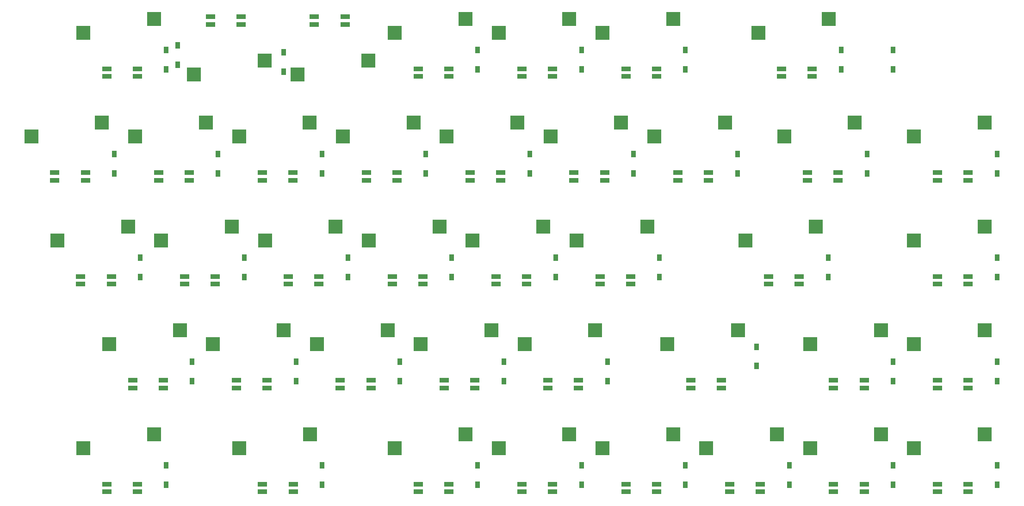
<source format=gbr>
%TF.GenerationSoftware,KiCad,Pcbnew,8.0.8*%
%TF.CreationDate,2025-04-15T16:41:42+09:00*%
%TF.ProjectId,sswkbd_right,7373776b-6264-45f7-9269-6768742e6b69,rev?*%
%TF.SameCoordinates,Original*%
%TF.FileFunction,Paste,Bot*%
%TF.FilePolarity,Positive*%
%FSLAX46Y46*%
G04 Gerber Fmt 4.6, Leading zero omitted, Abs format (unit mm)*
G04 Created by KiCad (PCBNEW 8.0.8) date 2025-04-15 16:41:42*
%MOMM*%
%LPD*%
G01*
G04 APERTURE LIST*
%ADD10R,0.950000X1.300000*%
%ADD11R,2.550000X2.500000*%
%ADD12R,1.700000X0.825000*%
G04 APERTURE END LIST*
D10*
%TO.C,D32*%
X366509249Y-96929950D03*
X366509249Y-93379950D03*
%TD*%
D11*
%TO.C,SW13*%
X294328000Y-71220000D03*
X307255000Y-68680000D03*
%TD*%
D10*
%TO.C,D73*%
X243034249Y-153979950D03*
X243034249Y-150429950D03*
%TD*%
%TO.C,D46*%
X304759249Y-115954950D03*
X304759249Y-112404950D03*
%TD*%
%TO.C,D76*%
X309509249Y-153979950D03*
X309509249Y-150429950D03*
%TD*%
%TO.C,D74*%
X271509249Y-153979950D03*
X271509249Y-150429950D03*
%TD*%
%TO.C,D15*%
X347491000Y-77923000D03*
X347491000Y-74373000D03*
%TD*%
%TO.C,D44*%
X266759249Y-115954950D03*
X266759249Y-112404950D03*
%TD*%
D11*
%TO.C,SW28*%
X265828000Y-90220000D03*
X278755000Y-87680000D03*
%TD*%
%TO.C,SW75*%
X275328000Y-147220000D03*
X288255000Y-144680000D03*
%TD*%
D10*
%TO.C,D43*%
X247759249Y-115954950D03*
X247759249Y-112404950D03*
%TD*%
%TO.C,D41*%
X209759249Y-115954950D03*
X209759249Y-112404950D03*
%TD*%
D11*
%TO.C,SW8*%
X199328000Y-71220000D03*
X212255000Y-68680000D03*
%TD*%
%TO.C,SW26*%
X227828000Y-90220000D03*
X240755000Y-87680000D03*
%TD*%
D10*
%TO.C,D11*%
X271509249Y-77929950D03*
X271509249Y-74379950D03*
%TD*%
D11*
%TO.C,SW29*%
X284828000Y-90220000D03*
X297755000Y-87680000D03*
%TD*%
%TO.C,SW41*%
X194578000Y-109220000D03*
X207505000Y-106680000D03*
%TD*%
%TO.C,SW77*%
X313328000Y-147220000D03*
X326255000Y-144680000D03*
%TD*%
%TO.C,SW73*%
X227853000Y-147220000D03*
X240780000Y-144680000D03*
%TD*%
%TO.C,SW43*%
X232578000Y-109220000D03*
X245505000Y-106680000D03*
%TD*%
D10*
%TO.C,D59*%
X257259249Y-134979950D03*
X257259249Y-131429950D03*
%TD*%
%TO.C,D9*%
X216600000Y-77075000D03*
X216600000Y-73525000D03*
%TD*%
%TO.C,D42*%
X228759249Y-115954950D03*
X228759249Y-112404950D03*
%TD*%
D11*
%TO.C,SW76*%
X294328000Y-147220000D03*
X307255000Y-144680000D03*
%TD*%
D10*
%TO.C,D64*%
X366509249Y-134979950D03*
X366509249Y-131429950D03*
%TD*%
D11*
%TO.C,SW24*%
X189828000Y-90220000D03*
X202755000Y-87680000D03*
%TD*%
%TO.C,SW10*%
X251498000Y-76300000D03*
X238571000Y-78840000D03*
%TD*%
%TO.C,SW79*%
X351328000Y-147220000D03*
X364255000Y-144680000D03*
%TD*%
%TO.C,SW78*%
X332328000Y-147220000D03*
X345255000Y-144680000D03*
%TD*%
D10*
%TO.C,D8*%
X214509249Y-77929950D03*
X214509249Y-74379950D03*
%TD*%
%TO.C,D45*%
X285759249Y-115954950D03*
X285759249Y-112404950D03*
%TD*%
%TO.C,D24*%
X205009249Y-96929950D03*
X205009249Y-93379950D03*
%TD*%
D11*
%TO.C,SW58*%
X223078000Y-128220000D03*
X236005000Y-125680000D03*
%TD*%
D10*
%TO.C,D26*%
X243009249Y-96929950D03*
X243009249Y-93379950D03*
%TD*%
%TO.C,D14*%
X338034249Y-77929950D03*
X338034249Y-74379950D03*
%TD*%
%TO.C,D12*%
X290509249Y-77929950D03*
X290509249Y-74379950D03*
%TD*%
D11*
%TO.C,SW59*%
X242078000Y-128220000D03*
X255005000Y-125680000D03*
%TD*%
%TO.C,SW64*%
X351328000Y-128220000D03*
X364255000Y-125680000D03*
%TD*%
%TO.C,SW14*%
X322828000Y-71220000D03*
X335755000Y-68680000D03*
%TD*%
%TO.C,SW63*%
X332328000Y-128220000D03*
X345255000Y-125680000D03*
%TD*%
D10*
%TO.C,D29*%
X300009249Y-96929950D03*
X300009249Y-93379950D03*
%TD*%
D11*
%TO.C,SW60*%
X261078000Y-128220000D03*
X274005000Y-125680000D03*
%TD*%
%TO.C,SW9*%
X232498000Y-76300000D03*
X219571000Y-78840000D03*
%TD*%
%TO.C,SW12*%
X275328000Y-71220000D03*
X288255000Y-68680000D03*
%TD*%
D10*
%TO.C,D47*%
X335659249Y-115954950D03*
X335659249Y-112404950D03*
%TD*%
D11*
%TO.C,SW27*%
X246828000Y-90220000D03*
X259755000Y-87680000D03*
%TD*%
D10*
%TO.C,D62*%
X322550000Y-132225000D03*
X322550000Y-128675000D03*
%TD*%
%TO.C,D48*%
X366509249Y-115954950D03*
X366509249Y-112404950D03*
%TD*%
D11*
%TO.C,SW47*%
X320453000Y-109220000D03*
X333380000Y-106680000D03*
%TD*%
D10*
%TO.C,D25*%
X224009249Y-96929950D03*
X224009249Y-93379950D03*
%TD*%
%TO.C,D28*%
X281009249Y-96929950D03*
X281009249Y-93379950D03*
%TD*%
%TO.C,D61*%
X295259249Y-134979950D03*
X295259249Y-131429950D03*
%TD*%
%TO.C,D77*%
X328509249Y-153979950D03*
X328509249Y-150429950D03*
%TD*%
%TO.C,D10*%
X236000000Y-78375000D03*
X236000000Y-74825000D03*
%TD*%
%TO.C,D57*%
X219259249Y-134979950D03*
X219259249Y-131429950D03*
%TD*%
%TO.C,D75*%
X290509249Y-153979950D03*
X290509249Y-150429950D03*
%TD*%
D11*
%TO.C,SW62*%
X306203000Y-128220000D03*
X319130000Y-125680000D03*
%TD*%
%TO.C,SW31*%
X327578000Y-90220000D03*
X340505000Y-87680000D03*
%TD*%
D10*
%TO.C,D60*%
X276259249Y-134979950D03*
X276259249Y-131429950D03*
%TD*%
D11*
%TO.C,SW61*%
X280078000Y-128220000D03*
X293005000Y-125680000D03*
%TD*%
%TO.C,SW48*%
X351328000Y-109220000D03*
X364255000Y-106680000D03*
%TD*%
D10*
%TO.C,D13*%
X309509249Y-77929950D03*
X309509249Y-74379950D03*
%TD*%
%TO.C,D27*%
X262009249Y-96929950D03*
X262009249Y-93379950D03*
%TD*%
D11*
%TO.C,SW30*%
X303828000Y-90220000D03*
X316755000Y-87680000D03*
%TD*%
%TO.C,SW32*%
X351328000Y-90220000D03*
X364255000Y-87680000D03*
%TD*%
%TO.C,SW11*%
X256328000Y-71220000D03*
X269255000Y-68680000D03*
%TD*%
%TO.C,SW25*%
X208828000Y-90220000D03*
X221755000Y-87680000D03*
%TD*%
D10*
%TO.C,D79*%
X366509249Y-153979950D03*
X366509249Y-150429950D03*
%TD*%
D11*
%TO.C,SW72*%
X199328000Y-147220000D03*
X212255000Y-144680000D03*
%TD*%
D10*
%TO.C,D78*%
X347509249Y-153979950D03*
X347509249Y-150429950D03*
%TD*%
D11*
%TO.C,SW44*%
X251578000Y-109220000D03*
X264505000Y-106680000D03*
%TD*%
D10*
%TO.C,D58*%
X238259249Y-134979950D03*
X238259249Y-131429950D03*
%TD*%
D11*
%TO.C,SW74*%
X256328000Y-147220000D03*
X269255000Y-144680000D03*
%TD*%
%TO.C,SW42*%
X213578000Y-109220000D03*
X226505000Y-106680000D03*
%TD*%
D10*
%TO.C,D31*%
X342784249Y-96929950D03*
X342784249Y-93379950D03*
%TD*%
%TO.C,D72*%
X214509249Y-153979950D03*
X214509249Y-150429950D03*
%TD*%
D11*
%TO.C,SW45*%
X270578000Y-109220000D03*
X283505000Y-106680000D03*
%TD*%
D10*
%TO.C,D30*%
X319009249Y-96929950D03*
X319009249Y-93379950D03*
%TD*%
%TO.C,D63*%
X347509249Y-134979950D03*
X347509249Y-131429950D03*
%TD*%
D11*
%TO.C,SW46*%
X289578000Y-109220000D03*
X302505000Y-106680000D03*
%TD*%
D12*
%TO.C,LED77*%
X208363000Y-134822999D03*
X208363000Y-136223000D03*
X213963000Y-136223001D03*
X213963000Y-134823000D03*
%TD*%
%TO.C,LED70*%
X227363000Y-134822999D03*
X227363000Y-136223000D03*
X232963000Y-136223001D03*
X232963000Y-134823000D03*
%TD*%
%TO.C,LED71*%
X232138000Y-153822999D03*
X232138000Y-155223000D03*
X237738000Y-155223001D03*
X237738000Y-153823000D03*
%TD*%
%TO.C,LED58*%
X260613000Y-77822999D03*
X260613000Y-79223000D03*
X266213000Y-79223001D03*
X266213000Y-77823000D03*
%TD*%
%TO.C,LED52*%
X298613000Y-153822999D03*
X298613000Y-155223000D03*
X304213000Y-155223001D03*
X304213000Y-153823000D03*
%TD*%
%TO.C,LED60*%
X274863000Y-115822999D03*
X274863000Y-117223000D03*
X280463000Y-117223001D03*
X280463000Y-115823000D03*
%TD*%
%TO.C,LED76*%
X198863000Y-115822999D03*
X198863000Y-117223000D03*
X204463000Y-117223001D03*
X204463000Y-115823000D03*
%TD*%
%TO.C,LED46*%
X331863000Y-96822999D03*
X331863000Y-98223000D03*
X337463000Y-98223001D03*
X337463000Y-96823000D03*
%TD*%
%TO.C,LED68*%
X232113000Y-96822999D03*
X232113000Y-98223000D03*
X237713000Y-98223001D03*
X237713000Y-96823000D03*
%TD*%
%TO.C,LED45*%
X324738000Y-115822999D03*
X324738000Y-117223000D03*
X330338000Y-117223001D03*
X330338000Y-115823000D03*
%TD*%
%TO.C,LED50*%
X310488000Y-134822999D03*
X310488000Y-136223000D03*
X316088000Y-136223001D03*
X316088000Y-134823000D03*
%TD*%
%TO.C,LED62*%
X260613000Y-153822999D03*
X260613000Y-155223000D03*
X266213000Y-155223001D03*
X266213000Y-153823000D03*
%TD*%
%TO.C,LED69*%
X236863000Y-115822999D03*
X236863000Y-117223000D03*
X242463000Y-117223001D03*
X242463000Y-115823000D03*
%TD*%
%TO.C,LED64*%
X255863000Y-115822999D03*
X255863000Y-117223000D03*
X261463000Y-117223001D03*
X261463000Y-115823000D03*
%TD*%
%TO.C,LED74*%
X203613000Y-77822999D03*
X203613000Y-79223000D03*
X209213000Y-79223001D03*
X209213000Y-77823000D03*
%TD*%
%TO.C,LED63*%
X246363000Y-134822999D03*
X246363000Y-136223000D03*
X251963000Y-136223001D03*
X251963000Y-134823000D03*
%TD*%
%TO.C,LED61*%
X265363000Y-134822999D03*
X265363000Y-136223000D03*
X270963000Y-136223001D03*
X270963000Y-134823000D03*
%TD*%
%TO.C,LED41*%
X355613000Y-134822999D03*
X355613000Y-136223000D03*
X361213000Y-136223001D03*
X361213000Y-134823000D03*
%TD*%
%TO.C,LED59*%
X270113000Y-96822999D03*
X270113000Y-98223000D03*
X275713000Y-98223001D03*
X275713000Y-96823000D03*
%TD*%
%TO.C,LED72*%
X217863000Y-115822999D03*
X217863000Y-117223000D03*
X223463000Y-117223001D03*
X223463000Y-115823000D03*
%TD*%
%TO.C,LED57*%
X279613000Y-77822999D03*
X279613000Y-79223000D03*
X285213000Y-79223001D03*
X285213000Y-77823000D03*
%TD*%
%TO.C,LED47*%
X327113000Y-77822999D03*
X327113000Y-79223000D03*
X332713000Y-79223001D03*
X332713000Y-77823000D03*
%TD*%
%TO.C,LED48*%
X298613000Y-77822999D03*
X298613000Y-79223000D03*
X304213000Y-79223001D03*
X304213000Y-77823000D03*
%TD*%
%TO.C,LED73*%
X213113000Y-96822999D03*
X213113000Y-98223000D03*
X218713000Y-98223001D03*
X218713000Y-96823000D03*
%TD*%
%TO.C,LED43*%
X336613000Y-153822999D03*
X336613000Y-155223000D03*
X342213000Y-155223001D03*
X342213000Y-153823000D03*
%TD*%
%TO.C,LED49*%
X308113000Y-96822999D03*
X308113000Y-98223000D03*
X313713000Y-98223001D03*
X313713000Y-96823000D03*
%TD*%
%TO.C,LED78*%
X203613000Y-153822999D03*
X203613000Y-155223000D03*
X209213000Y-155223001D03*
X209213000Y-153823000D03*
%TD*%
%TO.C,LED39*%
X355613000Y-96822999D03*
X355613000Y-98223000D03*
X361213000Y-98223001D03*
X361213000Y-96823000D03*
%TD*%
%TO.C,LED44*%
X336613000Y-134822999D03*
X336613000Y-136223000D03*
X342213000Y-136223001D03*
X342213000Y-134823000D03*
%TD*%
%TO.C,LED75*%
X194113000Y-96822999D03*
X194113000Y-98223000D03*
X199713000Y-98223001D03*
X199713000Y-96823000D03*
%TD*%
%TO.C,LED51*%
X317613000Y-153822999D03*
X317613000Y-155223000D03*
X323213000Y-155223001D03*
X323213000Y-153823000D03*
%TD*%
%TO.C,LED42*%
X355613000Y-153822999D03*
X355613000Y-155223000D03*
X361213000Y-155223001D03*
X361213000Y-153823000D03*
%TD*%
%TO.C,LED56*%
X293863000Y-115822999D03*
X293863000Y-117223000D03*
X299463000Y-117223001D03*
X299463000Y-115823000D03*
%TD*%
%TO.C,LED67*%
X228213000Y-69697001D03*
X228213000Y-68297000D03*
X222613000Y-68296999D03*
X222613000Y-69697000D03*
%TD*%
%TO.C,LED53*%
X279613000Y-153822999D03*
X279613000Y-155223000D03*
X285213000Y-155223001D03*
X285213000Y-153823000D03*
%TD*%
%TO.C,LED65*%
X247212000Y-69697001D03*
X247212000Y-68297000D03*
X241612000Y-68296999D03*
X241612000Y-69697000D03*
%TD*%
%TO.C,LED66*%
X251113000Y-96822999D03*
X251113000Y-98223000D03*
X256713000Y-98223001D03*
X256713000Y-96823000D03*
%TD*%
%TO.C,LED54*%
X284363000Y-134822999D03*
X284363000Y-136223000D03*
X289963000Y-136223001D03*
X289963000Y-134823000D03*
%TD*%
%TO.C,LED55*%
X289113000Y-96822999D03*
X289113000Y-98223000D03*
X294713000Y-98223001D03*
X294713000Y-96823000D03*
%TD*%
%TO.C,LED40*%
X355613000Y-115822999D03*
X355613000Y-117223000D03*
X361213000Y-117223001D03*
X361213000Y-115823000D03*
%TD*%
D11*
%TO.C,SW57*%
X204078000Y-128220000D03*
X217005000Y-125680000D03*
%TD*%
M02*

</source>
